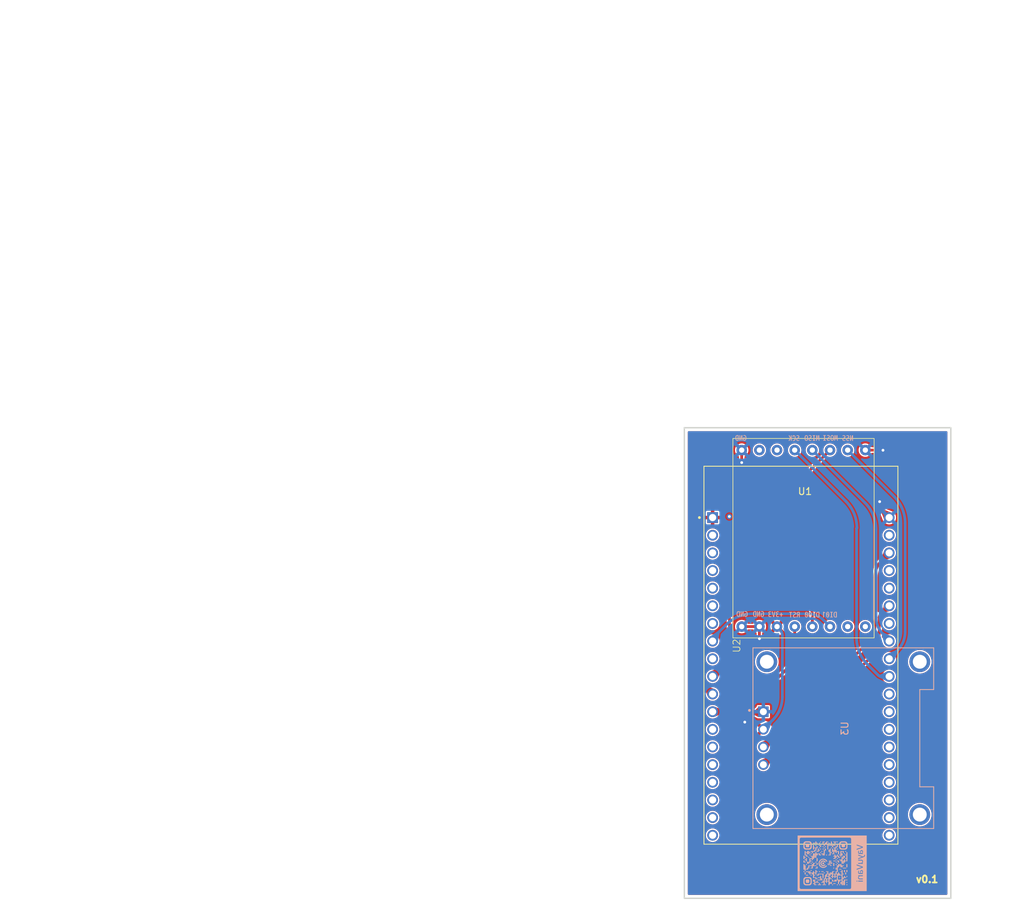
<source format=kicad_pcb>
(kicad_pcb (version 20240108) (generator "pcbnew") (generator_version "8.0")
  (layers (0 "F.Cu" signal) (31 "B.Cu" signal) (34 "B.Paste" user) (35 "F.Paste" user) (36 "B.SilkS" user "B.Silkscreen") (37 "F.SilkS" user "F.Silkscreen") (38 "B.Mask" user) (39 "F.Mask" user) (44 "Edge.Cuts" user))
  (net 0 "")
  (net 10 "SCK")
  (net 11 "SDA")
  (net 15 "DI00")
  (net 17 "RESET")
  (net 19 "MOSI")
  (net 24 "DI01")
  (net 25 "GND")
  (net 26 "+3V3")
  (net 29 "MISO")
  (net 31 "NSS")
  (net 34 "SCL")
  (footprint "lora v2:lora V2" (layer "F.Cu") (at 95.42 82.085 90)
    (property "Reference" "U2" (at -0.855 0.55 90) (layer "F.SilkS") (effects (font (thickness 0.1))))
    (property "Value" "RA-02_LORA" (hide yes))
    (pad "1" thru_hole circle (at 1.905 1.27 90) (size 1.524 1.524) (drill 0.762) (layers "*.Cu" "*.Mask") (net 25 "GND"))
    (pad "2" thru_hole circle (at 1.905 3.81 90) (size 1.524 1.524) (drill 0.762) (layers "*.Cu" "*.Mask") (net 25 "GND"))
    (pad "3" thru_hole circle (at 1.905 6.35 90) (size 1.524 1.524) (drill 0.762) (layers "*.Cu" "*.Mask") (net 26 "+3V3"))
    (pad "4" thru_hole circle (at 1.905 8.89 90) (size 1.524 1.524) (drill 0.762) (layers "*.Cu" "*.Mask") (net 17 "RESET"))
    (pad "5" thru_hole circle (at 1.905 11.43 90) (size 1.524 1.524) (drill 0.762) (layers "*.Cu" "*.Mask") (net 15 "DI00"))
    (pad "6" thru_hole circle (at 1.905 13.97 90) (size 1.524 1.524) (drill 0.762) (layers "*.Cu" "*.Mask") (net 24 "DI01"))
    (pad "7" thru_hole circle (at 1.905 16.51 90) (size 1.524 1.524) (drill 0.762) (layers "*.Cu" "*.Mask"))
    (pad "8" thru_hole circle (at 1.905 19.05 90) (size 1.524 1.524) (drill 0.762) (layers "*.Cu" "*.Mask"))
    (pad "9" thru_hole circle (at 27.305 1.27 90) (size 1.524 1.524) (drill 0.762) (layers "*.Cu" "*.Mask") (net 25 "GND"))
    (pad "10" thru_hole circle (at 27.305 3.81 90) (size 1.524 1.524) (drill 0.762) (layers "*.Cu" "*.Mask"))
    (pad "11" thru_hole circle (at 27.305 6.35 90) (size 1.524 1.524) (drill 0.762) (layers "*.Cu" "*.Mask"))
    (pad "12" thru_hole circle (at 27.305 8.89 90) (size 1.524 1.524) (drill 0.762) (layers "*.Cu" "*.Mask") (net 10 "SCK"))
    (pad "13" thru_hole circle (at 27.305 11.43 90) (size 1.524 1.524) (drill 0.762) (layers "*.Cu" "*.Mask") (net 29 "MISO"))
    (pad "14" thru_hole circle (at 27.305 13.97 90) (size 1.524 1.524) (drill 0.762) (layers "*.Cu" "*.Mask") (net 19 "MOSI"))
    (pad "15" thru_hole circle (at 27.305 16.51 90) (size 1.524 1.524) (drill 0.762) (layers "*.Cu" "*.Mask") (net 31 "NSS"))
    (pad "16" thru_hole circle (at 27.305 19.05 90) (size 1.524 1.524) (drill 0.762) (layers "*.Cu" "*.Mask") (net 25 "GND"))
  )
  (footprint "ESP32-DEVKITC-32D:MODULE_ESP32-DEVKITC-32D" (layer "F.Cu") (at 105.204 84.25)
    (property "Reference" "U1" (at 0.586 -23.53 0) (layer "F.SilkS") (effects (font (size 1.000386 1.000386))))
    (property "Value" "ESP32-DEVKITC-32D")
    (pad "J2-1" thru_hole rect (at -12.7 -19.76) (size 1.56 1.56) (drill 1.04) (layers "*.Cu" "*.Mask") (net 26 "+3V3"))
    (pad "J2-2" thru_hole circle (at -12.7 -17.22) (size 1.56 1.56) (drill 1.04) (layers "*.Cu" "*.Mask"))
    (pad "J2-3" thru_hole circle (at -12.7 -14.68) (size 1.56 1.56) (drill 1.04) (layers "*.Cu" "*.Mask"))
    (pad "J2-4" thru_hole circle (at -12.7 -12.14) (size 1.56 1.56) (drill 1.04) (layers "*.Cu" "*.Mask"))
    (pad "J2-5" thru_hole circle (at -12.7 -9.6) (size 1.56 1.56) (drill 1.04) (layers "*.Cu" "*.Mask"))
    (pad "J2-6" thru_hole circle (at -12.7 -7.06) (size 1.56 1.56) (drill 1.04) (layers "*.Cu" "*.Mask"))
    (pad "J2-7" thru_hole circle (at -12.7 -4.52) (size 1.56 1.56) (drill 1.04) (layers "*.Cu" "*.Mask"))
    (pad "J2-8" thru_hole circle (at -12.7 -1.98) (size 1.56 1.56) (drill 1.04) (layers "*.Cu" "*.Mask") (net 24 "DI01"))
    (pad "J2-9" thru_hole circle (at -12.7 0.56) (size 1.56 1.56) (drill 1.04) (layers "*.Cu" "*.Mask"))
    (pad "J2-10" thru_hole circle (at -12.7 3.1) (size 1.56 1.56) (drill 1.04) (layers "*.Cu" "*.Mask") (net 15 "DI00"))
    (pad "J2-11" thru_hole circle (at -12.7 5.64) (size 1.56 1.56) (drill 1.04) (layers "*.Cu" "*.Mask") (net 19 "MOSI"))
    (pad "J2-12" thru_hole circle (at -12.7 8.18) (size 1.56 1.56) (drill 1.04) (layers "*.Cu" "*.Mask") (net 17 "RESET"))
    (pad "J2-13" thru_hole circle (at -12.7 10.72) (size 1.56 1.56) (drill 1.04) (layers "*.Cu" "*.Mask"))
    (pad "J2-14" thru_hole circle (at -12.7 13.26) (size 1.56 1.56) (drill 1.04) (layers "*.Cu" "*.Mask"))
    (pad "J2-15" thru_hole circle (at -12.7 15.8) (size 1.56 1.56) (drill 1.04) (layers "*.Cu" "*.Mask"))
    (pad "J2-16" thru_hole circle (at -12.7 18.34) (size 1.56 1.56) (drill 1.04) (layers "*.Cu" "*.Mask"))
    (pad "J2-17" thru_hole circle (at -12.7 20.88) (size 1.56 1.56) (drill 1.04) (layers "*.Cu" "*.Mask"))
    (pad "J2-18" thru_hole circle (at -12.7 23.42) (size 1.56 1.56) (drill 1.04) (layers "*.Cu" "*.Mask"))
    (pad "J2-19" thru_hole circle (at -12.7 25.96) (size 1.56 1.56) (drill 1.04) (layers "*.Cu" "*.Mask"))
    (pad "J3-1" thru_hole circle (at 12.7 -19.76) (size 1.56 1.56) (drill 1.04) (layers "*.Cu" "*.Mask") (net 25 "GND"))
    (pad "J3-2" thru_hole circle (at 12.7 -17.22) (size 1.56 1.56) (drill 1.04) (layers "*.Cu" "*.Mask"))
    (pad "J3-3" thru_hole circle (at 12.7 -14.68) (size 1.56 1.56) (drill 1.04) (layers "*.Cu" "*.Mask") (net 34 "SCL"))
    (pad "J3-4" thru_hole circle (at 12.7 -12.14) (size 1.56 1.56) (drill 1.04) (layers "*.Cu" "*.Mask"))
    (pad "J3-5" thru_hole circle (at 12.7 -9.6) (size 1.56 1.56) (drill 1.04) (layers "*.Cu" "*.Mask"))
    (pad "J3-6" thru_hole circle (at 12.7 -7.06) (size 1.56 1.56) (drill 1.04) (layers "*.Cu" "*.Mask") (net 11 "SDA"))
    (pad "J3-7" thru_hole circle (at 12.7 -4.52) (size 1.56 1.56) (drill 1.04) (layers "*.Cu" "*.Mask"))
    (pad "J3-8" thru_hole circle (at 12.7 -1.98) (size 1.56 1.56) (drill 1.04) (layers "*.Cu" "*.Mask") (net 29 "MISO"))
    (pad "J3-9" thru_hole circle (at 12.7 0.56) (size 1.56 1.56) (drill 1.04) (layers "*.Cu" "*.Mask") (net 31 "NSS"))
    (pad "J3-10" thru_hole circle (at 12.7 3.1) (size 1.56 1.56) (drill 1.04) (layers "*.Cu" "*.Mask") (net 10 "SCK"))
    (pad "J3-11" thru_hole circle (at 12.7 5.64) (size 1.56 1.56) (drill 1.04) (layers "*.Cu" "*.Mask"))
    (pad "J3-12" thru_hole circle (at 12.7 8.18) (size 1.56 1.56) (drill 1.04) (layers "*.Cu" "*.Mask"))
    (pad "J3-13" thru_hole circle (at 12.7 10.72) (size 1.56 1.56) (drill 1.04) (layers "*.Cu" "*.Mask"))
    (pad "J3-14" thru_hole circle (at 12.7 13.26) (size 1.56 1.56) (drill 1.04) (layers "*.Cu" "*.Mask"))
    (pad "J3-15" thru_hole circle (at 12.7 15.8) (size 1.56 1.56) (drill 1.04) (layers "*.Cu" "*.Mask"))
    (pad "J3-16" thru_hole circle (at 12.7 18.34) (size 1.56 1.56) (drill 1.04) (layers "*.Cu" "*.Mask"))
    (pad "J3-17" thru_hole circle (at 12.7 20.88) (size 1.56 1.56) (drill 1.04) (layers "*.Cu" "*.Mask"))
    (pad "J3-18" thru_hole circle (at 12.7 23.42) (size 1.56 1.56) (drill 1.04) (layers "*.Cu" "*.Mask"))
    (pad "J3-19" thru_hole circle (at 12.7 25.96) (size 1.56 1.56) (drill 1.04) (layers "*.Cu" "*.Mask"))
  )
  (footprint "DM-OLED096-636:MODULE_DM-OLED096-636" (layer "B.Cu") (at 111.3025 96.24 -90)
    (property "Reference" "U3" (at -1.4 -0.2175 90) (layer "B.SilkS") (effects (justify mirror)))
    (property "Value" "DM-OLED096-636")
    (pad "1" thru_hole rect (at -3.81 11.5 270) (size 1.508 1.508) (drill 1) (layers "*.Cu" "*.Mask") (net 25 "GND"))
    (pad "2" thru_hole circle (at -1.27 11.5 270) (size 1.508 1.508) (drill 1) (layers "*.Cu" "*.Mask") (net 26 "+3V3"))
    (pad "3" thru_hole circle (at 1.27 11.5 270) (size 1.508 1.508) (drill 1) (layers "*.Cu" "*.Mask") (net 34 "SCL"))
    (pad "4" thru_hole circle (at 3.81 11.5 270) (size 1.508 1.508) (drill 1) (layers "*.Cu" "*.Mask") (net 11 "SDA"))
    (pad "S1" thru_hole circle (at -11 11 270) (size 3 3) (drill 2) (layers "*.Cu" "*.Mask"))
    (pad "S2" thru_hole circle (at 11 11 270) (size 3 3) (drill 2) (layers "*.Cu" "*.Mask"))
    (pad "S3" thru_hole circle (at 11 -11 270) (size 3 3) (drill 2) (layers "*.Cu" "*.Mask"))
    (pad "S4" thru_hole circle (at -11 -11 270) (size 3 3) (drill 2) (layers "*.Cu" "*.Mask"))
  )
  (footprint "kibuzzard-67194008" (layer "B.Cu") (at 109.38 78.46 180)
    (property "Reference" "kibuzzard-67194008" (hide yes))
    (property "Value" "G***" (hide yes))
  )
  (footprint "kibuzzard-67193F40" (layer "B.Cu") (at 106.81 53.04 180)
    (property "Reference" "kibuzzard-67193F40" (hide yes))
    (property "Value" "G***" (hide yes))
  )
  (footprint "kibuzzard-6717FCAE" (layer "B.Cu") (at 96.57 53.03 180)
    (property "Reference" "kibuzzard-6717FCAE" (hide yes))
    (property "Value" "G***" (hide yes))
  )
  (footprint "kibuzzard-67193F4E" (layer "B.Cu") (at 109.46 53.03 180)
    (property "Reference" "kibuzzard-67193F4E" (hide yes))
    (property "Value" "G***" (hide yes))
  )
  (footprint "Vayuvani-Logo:vayuvani-logo" (layer "B.Cu") (at 109.7 114.25 -90)
    (property "Reference" "G***" (hide yes))
    (property "Value" "LOGO" (hide yes))
  )
  (footprint "kibuzzard-67193F6C" (layer "B.Cu") (at 111.94 53.05 180)
    (property "Reference" "kibuzzard-67193F6C" (hide yes))
    (property "Value" "G***" (hide yes))
  )
  (footprint "kibuzzard-67193FAE" (layer "B.Cu") (at 96.75 78.37 180)
    (property "Reference" "kibuzzard-67193FAE" (hide yes))
    (property "Value" "G***" (hide yes))
  )
  (footprint "kibuzzard-67193FAE" (layer "B.Cu") (at 99.12 78.37 180)
    (property "Reference" "kibuzzard-67193FAE" (hide yes))
    (property "Value" "G***" (hide yes))
  )
  (footprint "kibuzzard-67193FFA" (layer "B.Cu") (at 106.82 78.46 180)
    (property "Reference" "kibuzzard-67193FFA" (hide yes))
    (property "Value" "G***" (hide yes))
  )
  (footprint "kibuzzard-67193FCE" (layer "B.Cu") (at 101.57 78.4 180)
    (property "Reference" "kibuzzard-67193FCE" (hide yes))
    (property "Value" "G***" (hide yes))
  )
  (footprint "kibuzzard-67193F1F" (layer "B.Cu") (at 104.2 53.05 180)
    (property "Reference" "kibuzzard-67193F1F" (hide yes))
    (property "Value" "G***" (hide yes))
  )
  (footprint "kibuzzard-67193FDF" (layer "B.Cu") (at 104.27 78.47 180)
    (property "Reference" "kibuzzard-67193FDF" (hide yes))
    (property "Value" "G***" (hide yes))
  )
  (gr_rect (start 88.44 51.56) (end 126.77 119.29) (stroke (width 0.2)) (fill none) (layer "Edge.Cuts"))
  (gr_text "\nv0.1\n" (at 121.62 117.14 0) (layer "F.SilkS") (effects (font (size 1 1) (thickness 0.25) (bold yes)) (justify left bottom)))
  (segment (start 117.62154 87.403231) (end 117.652559 87.372211) (width 0.4) (layer "B.Cu") (net 10))
  (segment (start 113.26 65.983963) (end 113.235 66.008963) (width 0.4) (layer "B.Cu") (net 10))
  (segment (start 117.787466 87.35) (end 117.904 87.35) (width 0.2) (layer "B.Cu") (net 10))
  (segment (start 111.666207 62.136207) (end 104.31 54.78) (width 0.4) (layer "B.Cu") (net 10))
  (segment (start 113.21 81.806036) (end 113.21 66.069318) (width 0.4) (layer "B.Cu") (net 10))
  (segment (start 117.087386 87.46) (end 117.484489 87.46) (width 0.4) (layer "B.Cu") (net 10))
  (segment (start 114.803792 85.653792) (end 116.272437 87.122437) (width 0.4) (layer "B.Cu") (net 10))
  (arc (start 113.235 66.008963) (mid 113.216497 66.036654) (end 113.21 66.069318) (width 0.4) (layer "B.Cu") (net 10))
  (arc (start 117.71468 87.348231) (mid 117.751062 87.349557) (end 117.787466 87.35) (width 0.4) (layer "B.Cu") (net 10))
  (arc (start 117.71468 87.348231) (mid 117.681083 87.353649) (end 117.652559 87.372211) (width 0.4) (layer "B.Cu") (net 10))
  (arc (start 113.26 65.983963) (mid 112.845786 63.901572) (end 111.666207 62.136207) (width 0.4) (layer "B.Cu") (net 10))
  (arc (start 117.087386 87.46) (mid 116.646338 87.37227) (end 116.272437 87.122437) (width 0.4) (layer "B.Cu") (net 10))
  (arc (start 117.484489 87.46) (mid 117.55866 87.445246) (end 117.62154 87.403231) (width 0.4) (layer "B.Cu") (net 10))
  (arc (start 114.803792 85.653792) (mid 113.624213 83.888426) (end 113.21 81.806036) (width 0.4) (layer "B.Cu") (net 10))
  (segment (start 116.824 78.27) (end 116.7355 78.3585) (width 0.4) (layer "F.Cu") (net 11))
  (segment (start 117.0895 78.0045) (end 117.111625 77.982375) (width 0.4) (layer "F.Cu") (net 11))
  (segment (start 116.713375 78.380625) (end 116.669125 78.424875) (width 0.4) (layer "F.Cu") (net 11))
  (segment (start 116.647 78.447) (end 116.669125 78.424875) (width 0.4) (layer "F.Cu") (net 11))
  (segment (start 117.709 77.385) (end 117.904 77.19) (width 0.4) (layer "F.Cu") (net 11))
  (segment (start 114.876207 84.976292) (end 99.8025 100.05) (width 0.4) (layer "F.Cu") (net 11))
  (segment (start 117.244375 77.849625) (end 117.111625 77.982375) (width 0.4) (layer "F.Cu") (net 11))
  (segment (start 117.001 78.093) (end 116.9125 78.1815) (width 0.4) (layer "F.Cu") (net 11))
  (segment (start 116.47 78.874315) (end 116.47 81.128536) (width 0.4) (layer "F.Cu") (net 11))
  (segment (start 117.0895 78.0045) (end 117.001 78.093) (width 0.4) (layer "F.Cu") (net 11))
  (segment (start 117.709 77.385) (end 117.355 77.739) (width 0.4) (layer "F.Cu") (net 11))
  (segment (start 117.244375 77.849625) (end 117.355 77.739) (width 0.4) (layer "F.Cu") (net 11))
  (segment (start 116.713375 78.380625) (end 116.7355 78.3585) (width 0.4) (layer "F.Cu") (net 11))
  (segment (start 116.9125 78.1815) (end 116.824 78.27) (width 0.4) (layer "F.Cu") (net 11))
  (arc (start 116.47 81.128536) (mid 116.055786 83.210926) (end 114.876207 84.976292) (width 0.4) (layer "F.Cu") (net 11))
  (arc (start 116.647 78.447) (mid 116.516 78.643053) (end 116.47 78.874315) (width 0.4) (layer "F.Cu") (net 11))
  (segment (start 93.717 86.137) (end 92.504 87.35) (width 0.4) (layer "F.Cu") (net 15))
  (segment (start 105.535527 77.05) (end 96.022548 77.05) (width 0.4) (layer "F.Cu") (net 15))
  (segment (start 106.85 78.364472) (end 106.85 80.18) (width 0.4) (layer "F.Cu") (net 15))
  (segment (start 92.679 86.776) (end 92.854 86.776) (width 0.4) (layer "F.Cu") (net 15))
  (segment (start 92.504 87.063) (end 92.504 86.951) (width 0.2) (layer "F.Cu") (net 15))
  (segment (start 94.93 78.142548) (end 94.93 83.208558) (width 0.4) (layer "F.Cu") (net 15))
  (segment (start 92.706939 87.14706) (end 93.918 85.936) (width 0.4) (layer "F.Cu") (net 15))
  (arc (start 92.504 86.951) (mid 92.555256 86.827256) (end 92.679 86.776) (width 0.4) (layer "F.Cu") (net 15))
  (arc (start 95.25 77.37) (mid 95.013165 77.724448) (end 94.93 78.142548) (width 0.4) (layer "F.Cu") (net 15))
  (arc (start 106.85 78.364472) (mid 106.749941 77.861445) (end 106.465 77.435) (width 0.4) (layer "F.Cu") (net 15))
  (arc (start 95.25 77.37) (mid 95.604448 77.133165) (end 96.022548 77.05) (width 0.4) (layer "F.Cu") (net 15))
  (arc (start 92.504 87.063) (mid 92.577385 87.17283) (end 92.706939 87.14706) (width 0.2) (layer "F.Cu") (net 15))
  (arc (start 94.93 83.208558) (mid 94.614751 84.793419) (end 93.717 86.137) (width 0.4) (layer "F.Cu") (net 15))
  (arc (start 105.535527 77.05) (mid 106.038554 77.150058) (end 106.465 77.435) (width 0.4) (layer "F.Cu") (net 15))
  (segment (start 94.776036 92.43) (end 92.504 92.43) (width 0.4) (layer "F.Cu") (net 17))
  (segment (start 102.716207 86.743792) (end 98.623792 90.836207) (width 0.4) (layer "F.Cu") (net 17))
  (segment (start 104.31 82.896036) (end 104.31 80.18) (width 0.4) (layer "F.Cu") (net 17))
  (arc (start 102.716207 86.743792) (mid 103.895786 84.978426) (end 104.31 82.896036) (width 0.4) (layer "F.Cu") (net 17))
  (arc (start 98.623792 90.836207) (mid 96.858426 92.015786) (end 94.776036 92.43) (width 0.4) (layer "F.Cu") (net 17))
  (segment (start 91.472 88.858) (end 92.504 89.89) (width 0.4) (layer "F.Cu") (net 19))
  (segment (start 103.463792 60.706207) (end 109.39 54.78) (width 0.4) (layer "F.Cu") (net 19))
  (segment (start 99.616036 62.3) (end 91.976396 62.3) (width 0.4) (layer "F.Cu") (net 19))
  (segment (start 90.44 63.836396) (end 90.44 86.366531) (width 0.4) (layer "F.Cu") (net 19))
  (arc (start 90.44 86.366531) (mid 90.708208 87.714904) (end 91.472 88.858) (width 0.4) (layer "F.Cu") (net 19))
  (arc (start 91.976396 62.3) (mid 91.388442 62.416951) (end 90.89 62.75) (width 0.4) (layer "F.Cu") (net 19))
  (arc (start 103.463792 60.706207) (mid 101.698426 61.885786) (end 99.616036 62.3) (width 0.4) (layer "F.Cu") (net 19))
  (arc (start 90.89 62.75) (mid 90.556951 63.248442) (end 90.44 63.836396) (width 0.4) (layer "F.Cu") (net 19))
  (segment (start 92.504 82.063) (end 92.504 82.27) (width 0.2) (layer "B.Cu") (net 24))
  (segment (start 94.436206 79.923792) (end 92.650371 81.709628) (width 0.4) (layer "B.Cu") (net 24))
  (segment (start 98.283963 78.33) (end 106.231852 78.33) (width 0.4) (layer "B.Cu") (net 24))
  (segment (start 108.465 79.255) (end 109.39 80.18) (width 0.4) (layer "B.Cu") (net 24))
  (arc (start 94.436206 79.923792) (mid 96.201572 78.744213) (end 98.283963 78.33) (width 0.4) (layer "B.Cu") (net 24))
  (arc (start 108.465 79.255) (mid 107.440423 78.570399) (end 106.231852 78.33) (width 0.4) (layer "B.Cu") (net 24))
  (arc (start 92.504 82.063) (mid 92.54204 81.871756) (end 92.650371 81.709628) (width 0.4) (layer "B.Cu") (net 24))
  (segment (start 99.23 80.18) (end 96.69 80.18) (width 0.4) (layer "F.Cu") (net 25))
  (segment (start 116.853854 63.439854) (end 117.904 64.49) (width 0.4) (layer "F.Cu") (net 25))
  (segment (start 116.53 62.2) (end 116.53 62.27) (width 0.2) (layer "F.Cu") (net 25))
  (segment (start 116.975857 54.78) (end 114.47 54.78) (width 0.4) (layer "F.Cu") (net 25))
  (segment (start 117 54.79) (end 117.01 54.8) (width 0.2) (layer "F.Cu") (net 25))
  (segment (start 99.24 81.92) (end 99.22 81.76) (width 0.2) (layer "F.Cu") (net 25))
  (segment (start 99.21625 92.43) (end 99.8025 92.43) (width 0.4) (layer "F.Cu") (net 25))
  (segment (start 99.24 81.92) (end 99.235 81.835) (width 0.2) (layer "F.Cu") (net 25))
  (segment (start 97.13 93.93) (end 98.215458 92.844541) (width 0.4) (layer "F.Cu") (net 25))
  (segment (start 116.53 62.658) (end 116.53 62.2) (width 0.4) (layer "F.Cu") (net 25))
  (segment (start 99.23 80.18) (end 99.23 81.664853) (width 0.4) (layer "F.Cu") (net 25))
  (segment (start 96.69 56.58) (end 96.69 54.78) (width 0.4) (layer "F.Cu") (net 25))
  (via (at 96.69 56.58) (size 0.8) (drill 0.4) (layers "F.Cu" "B.Cu") (net 25))
  (via (at 116.53 62.2) (size 0.8) (drill 0.4) (layers "F.Cu" "B.Cu") (net 25))
  (via (at 117.01 54.8) (size 0.8) (drill 0.4) (layers "F.Cu" "B.Cu") (net 25))
  (via (at 97.13 93.93) (size 0.8) (drill 0.4) (layers "F.Cu" "B.Cu") (net 25))
  (via (at 99.24 81.92) (size 0.8) (drill 0.4) (layers "F.Cu" "B.Cu") (net 25))
  (arc (start 99.235 81.835) (mid 99.23125 81.749963) (end 99.23 81.664853) (width 0.4) (layer "F.Cu") (net 25))
  (arc (start 117 54.79) (mid 116.988923 54.782598) (end 116.975857 54.78) (width 0.2) (layer "F.Cu") (net 25))
  (arc (start 98.215458 92.844541) (mid 98.674625 92.537735) (end 99.21625 92.43) (width 0.4) (layer "F.Cu") (net 25))
  (arc (start 116.53 62.658) (mid 116.614166 63.081136) (end 116.853854 63.439854) (width 0.4) (layer "F.Cu") (net 25))
  (segment (start 94.835 64.415) (end 94.91 64.34) (width 0.2) (layer "F.Cu") (net 26))
  (segment (start 94.653933 64.49) (end 92.504 64.49) (width 0.4) (layer "F.Cu") (net 26))
  (via (at 94.91 64.34) (size 0.8) (drill 0.4) (layers "F.Cu" "B.Cu") (net 26))
  (arc (start 94.835 64.415) (mid 94.751925 64.470508) (end 94.653933 64.49) (width 0.2) (layer "F.Cu") (net 26))
  (segment (start 102.150999 80.560999) (end 101.77 80.18) (width 0.4) (layer "B.Cu") (net 26))
  (segment (start 102.531999 81.480813) (end 102.531999 90.310453) (width 0.4) (layer "B.Cu") (net 26))
  (segment (start 101.167249 93.60525) (end 99.8025 94.97) (width 0.4) (layer "B.Cu") (net 26))
  (arc (start 102.531999 81.480813) (mid 102.43298 80.983013) (end 102.150999 80.560999) (width 0.4) (layer "B.Cu") (net 26))
  (arc (start 101.167249 93.60525) (mid 102.177312 92.093584) (end 102.531999 90.310453) (width 0.4) (layer "B.Cu") (net 26))
  (segment (start 114.416207 62.346207) (end 106.85 54.78) (width 0.4) (layer "B.Cu") (net 29))
  (segment (start 117.904 82.191052) (end 117.904 82.27) (width 0.2) (layer "B.Cu") (net 29))
  (segment (start 116.957 81.165105) (end 117.848175 82.05628) (width 0.4) (layer "B.Cu") (net 29))
  (segment (start 116.01 66.193963) (end 116.01 78.878844) (width 0.4) (layer "B.Cu") (net 29))
  (arc (start 116.01 66.193963) (mid 115.595786 64.111572) (end 114.416207 62.346207) (width 0.4) (layer "B.Cu") (net 29))
  (arc (start 116.957 81.165105) (mid 116.256117 80.116159) (end 116.01 78.878844) (width 0.4) (layer "B.Cu") (net 29))
  (arc (start 117.904 82.191052) (mid 117.889491 82.118114) (end 117.848175 82.05628) (width 0.4) (layer "B.Cu") (net 29))
  (segment (start 118.606207 61.456207) (end 111.93 54.78) (width 0.4) (layer "B.Cu") (net 31))
  (segment (start 120.2 65.303963) (end 120.2 80.890482) (width 0.4) (layer "B.Cu") (net 31))
  (segment (start 119.052 83.662) (end 117.904 84.81) (width 0.4) (layer "B.Cu") (net 31))
  (arc (start 119.052 83.662) (mid 119.901644 82.390416) (end 120.2 80.890482) (width 0.4) (layer "B.Cu") (net 31))
  (arc (start 120.2 65.303963) (mid 119.785786 63.221572) (end 118.606207 61.456207) (width 0.4) (layer "B.Cu") (net 31))
  (segment (start 115.45064 81.861859) (end 99.8025 97.51) (width 0.4) (layer "F.Cu") (net 34))
  (segment (start 116.872 70.602) (end 117.904 69.57) (width 0.4) (layer "F.Cu") (net 34))
  (segment (start 115.84 80.921861) (end 115.84 73.093468) (width 0.4) (layer "F.Cu") (net 34))
  (arc (start 115.45064 81.861859) (mid 115.738809 81.430584) (end 115.84 80.921861) (width 0.4) (layer "F.Cu") (net 34))
  (arc (start 116.872 70.602) (mid 116.108208 71.745095) (end 115.84 73.093468) (width 0.4) (layer "F.Cu") (net 34))
  (zone (net 26) (net_name "+3V3") (layer "F.Cu") (connect_pads (clearance 0)) (min_thickness 0.25) (fill yes (thermal_gap 0.5) (thermal_bridge_width 0.5))
    (polygon (pts (xy 84.16 49.84) (xy 137.3 50.29) (xy 136.61 119.97) (xy 84.84 119.75) (xy 84.16 49.85)))
  )
  (zone (net 25) (net_name "GND") (layer "B.Cu") (priority 1) (connect_pads (clearance 0)) (min_thickness 0.25) (fill yes (thermal_gap 0.5) (thermal_bridge_width 0.5))
    (polygon (pts (xy 84.16 49.85) (xy 137.3 50.29) (xy 136.61 119.97) (xy 84.84 119.75)))
  )
)
</source>
